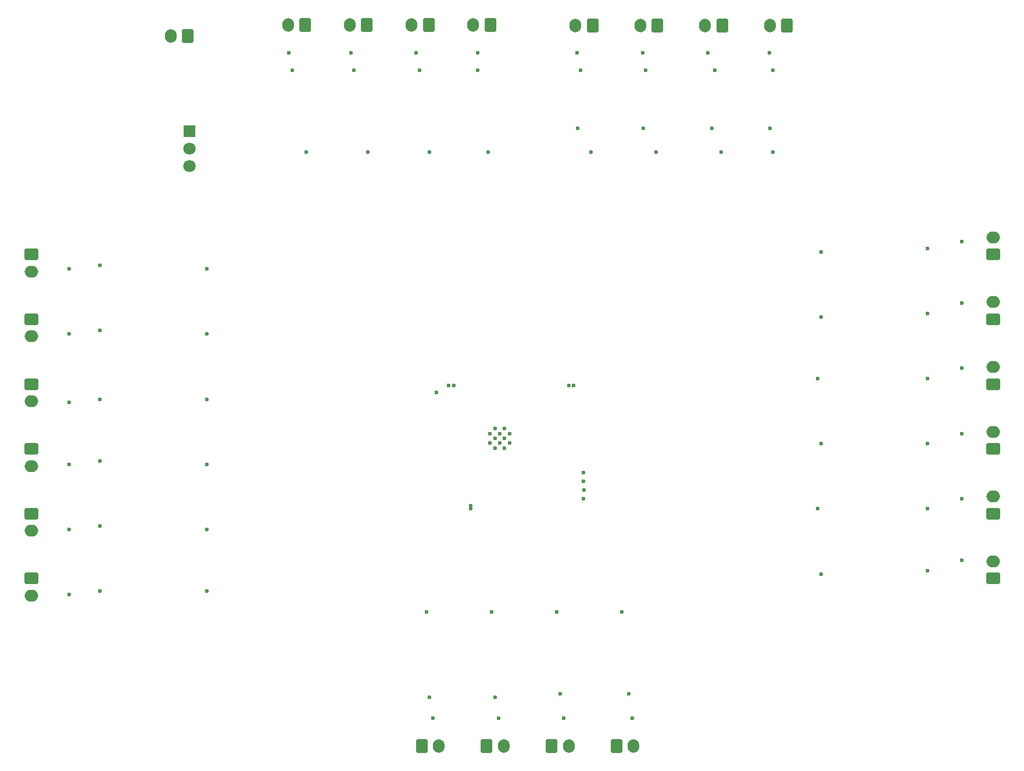
<source format=gbr>
%TF.GenerationSoftware,KiCad,Pcbnew,8.0.3*%
%TF.CreationDate,2024-07-05T07:33:57-06:00*%
%TF.ProjectId,Master of Dungeons,4d617374-6572-4206-9f66-2044756e6765,rev?*%
%TF.SameCoordinates,Original*%
%TF.FileFunction,Copper,L2,Inr*%
%TF.FilePolarity,Positive*%
%FSLAX46Y46*%
G04 Gerber Fmt 4.6, Leading zero omitted, Abs format (unit mm)*
G04 Created by KiCad (PCBNEW 8.0.3) date 2024-07-05 07:33:57*
%MOMM*%
%LPD*%
G01*
G04 APERTURE LIST*
G04 Aperture macros list*
%AMRoundRect*
0 Rectangle with rounded corners*
0 $1 Rounding radius*
0 $2 $3 $4 $5 $6 $7 $8 $9 X,Y pos of 4 corners*
0 Add a 4 corners polygon primitive as box body*
4,1,4,$2,$3,$4,$5,$6,$7,$8,$9,$2,$3,0*
0 Add four circle primitives for the rounded corners*
1,1,$1+$1,$2,$3*
1,1,$1+$1,$4,$5*
1,1,$1+$1,$6,$7*
1,1,$1+$1,$8,$9*
0 Add four rect primitives between the rounded corners*
20,1,$1+$1,$2,$3,$4,$5,0*
20,1,$1+$1,$4,$5,$6,$7,0*
20,1,$1+$1,$6,$7,$8,$9,0*
20,1,$1+$1,$8,$9,$2,$3,0*%
G04 Aperture macros list end*
%TA.AperFunction,ComponentPad*%
%ADD10RoundRect,0.250000X0.750000X-0.600000X0.750000X0.600000X-0.750000X0.600000X-0.750000X-0.600000X0*%
%TD*%
%TA.AperFunction,ComponentPad*%
%ADD11O,2.000000X1.700000*%
%TD*%
%TA.AperFunction,ComponentPad*%
%ADD12RoundRect,0.250000X0.600000X0.750000X-0.600000X0.750000X-0.600000X-0.750000X0.600000X-0.750000X0*%
%TD*%
%TA.AperFunction,ComponentPad*%
%ADD13O,1.700000X2.000000*%
%TD*%
%TA.AperFunction,ComponentPad*%
%ADD14RoundRect,0.250000X-0.750000X0.600000X-0.750000X-0.600000X0.750000X-0.600000X0.750000X0.600000X0*%
%TD*%
%TA.AperFunction,ComponentPad*%
%ADD15RoundRect,0.250000X-0.600000X-0.750000X0.600000X-0.750000X0.600000X0.750000X-0.600000X0.750000X0*%
%TD*%
%TA.AperFunction,ComponentPad*%
%ADD16R,1.800000X1.800000*%
%TD*%
%TA.AperFunction,ComponentPad*%
%ADD17C,1.800000*%
%TD*%
%TA.AperFunction,HeatsinkPad*%
%ADD18C,0.600000*%
%TD*%
%TA.AperFunction,ViaPad*%
%ADD19C,0.600000*%
%TD*%
G04 APERTURE END LIST*
D10*
%TO.N,Net-(D17-A)*%
%TO.C,J23*%
X220050000Y-102700000D03*
D11*
%TO.N,+5V*%
X220050000Y-100200000D03*
%TD*%
D12*
%TO.N,Net-(D1-A)*%
%TO.C,J2*%
X137850000Y-31450000D03*
D13*
%TO.N,+5V*%
X135350000Y-31450000D03*
%TD*%
D12*
%TO.N,Net-(D43-A)*%
%TO.C,J15*%
X190070000Y-31490000D03*
D13*
%TO.N,+5V*%
X187570000Y-31490000D03*
%TD*%
D10*
%TO.N,Net-(D15-A)*%
%TO.C,J22*%
X220050000Y-93250000D03*
D11*
%TO.N,+5V*%
X220050000Y-90750000D03*
%TD*%
D12*
%TO.N,Net-(D6-A)*%
%TO.C,J3*%
X128850000Y-31450000D03*
D13*
%TO.N,+5V*%
X126350000Y-31450000D03*
%TD*%
D14*
%TO.N,Net-(D29-A)*%
%TO.C,J8*%
X79950000Y-93250000D03*
D11*
%TO.N,+5V*%
X79950000Y-95750000D03*
%TD*%
D12*
%TO.N,Net-(D4-A)*%
%TO.C,J4*%
X119850000Y-31450000D03*
D13*
%TO.N,+5V*%
X117350000Y-31450000D03*
%TD*%
D15*
%TO.N,Net-(D41-A)*%
%TO.C,J14*%
X165200000Y-136550000D03*
D13*
%TO.N,+5V*%
X167700000Y-136550000D03*
%TD*%
D10*
%TO.N,Net-(D10-A)*%
%TO.C,J19*%
X220080000Y-64890000D03*
D11*
%TO.N,+5V*%
X220080000Y-62390000D03*
%TD*%
D16*
%TO.N,Net-(J25-Pin_1)*%
%TO.C,U2*%
X102980000Y-46950000D03*
D17*
%TO.N,GND*%
X102980000Y-49490000D03*
%TO.N,Net-(U1-VDD)*%
X102980000Y-52030000D03*
%TD*%
D14*
%TO.N,Net-(D31-A)*%
%TO.C,J9*%
X79950000Y-102700000D03*
D11*
%TO.N,+5V*%
X79950000Y-105200000D03*
%TD*%
D15*
%TO.N,Net-(D37-A)*%
%TO.C,J12*%
X146300000Y-136550000D03*
D13*
%TO.N,+5V*%
X148800000Y-136550000D03*
%TD*%
D12*
%TO.N,Net-(D2-A)*%
%TO.C,J1*%
X146850000Y-31450000D03*
D13*
%TO.N,+5V*%
X144350000Y-31450000D03*
%TD*%
D14*
%TO.N,Net-(D25-A)*%
%TO.C,J6*%
X79950000Y-74350000D03*
D11*
%TO.N,+5V*%
X79950000Y-76850000D03*
%TD*%
D14*
%TO.N,Net-(D27-A)*%
%TO.C,J7*%
X79950000Y-83800000D03*
D11*
%TO.N,+5V*%
X79950000Y-86300000D03*
%TD*%
D10*
%TO.N,Net-(D11-A)*%
%TO.C,J20*%
X220050000Y-74350000D03*
D11*
%TO.N,+5V*%
X220050000Y-71850000D03*
%TD*%
D12*
%TO.N,Net-(D47-A)*%
%TO.C,J17*%
X171170000Y-31490000D03*
D13*
%TO.N,+5V*%
X168670000Y-31490000D03*
%TD*%
D10*
%TO.N,Net-(D19-A)*%
%TO.C,J24*%
X220050000Y-112150000D03*
D11*
%TO.N,+5V*%
X220050000Y-109650000D03*
%TD*%
D15*
%TO.N,Net-(D35-A)*%
%TO.C,J11*%
X136850000Y-136550000D03*
D13*
%TO.N,+5V*%
X139350000Y-136550000D03*
%TD*%
D18*
%TO.N,GND*%
%TO.C,U1*%
X146810000Y-91015000D03*
X146810000Y-92415000D03*
X147510000Y-90315000D03*
X147510000Y-91715000D03*
X147510000Y-93115000D03*
X148185000Y-91015000D03*
X148185000Y-92415000D03*
X148910000Y-90315000D03*
X148910000Y-91715000D03*
X148910000Y-93115000D03*
X149610000Y-91015000D03*
X149610000Y-92415000D03*
%TD*%
D14*
%TO.N,Net-(D23-A)*%
%TO.C,J5*%
X79950000Y-64900000D03*
D11*
%TO.N,+5V*%
X79950000Y-67400000D03*
%TD*%
D12*
%TO.N,Net-(D45-A)*%
%TO.C,J16*%
X180620000Y-31490000D03*
D13*
%TO.N,+5V*%
X178120000Y-31490000D03*
%TD*%
D12*
%TO.N,Net-(D49-A)*%
%TO.C,J18*%
X161720000Y-31490000D03*
D13*
%TO.N,+5V*%
X159220000Y-31490000D03*
%TD*%
D15*
%TO.N,Net-(D39-A)*%
%TO.C,J13*%
X155750000Y-136550000D03*
D13*
%TO.N,+5V*%
X158250000Y-136550000D03*
%TD*%
D14*
%TO.N,Net-(D33-A)*%
%TO.C,J10*%
X79950000Y-112150000D03*
D11*
%TO.N,+5V*%
X79950000Y-114650000D03*
%TD*%
D10*
%TO.N,Net-(D13-A)*%
%TO.C,J21*%
X220050000Y-83800000D03*
D11*
%TO.N,+5V*%
X220050000Y-81300000D03*
%TD*%
D12*
%TO.N,Net-(J25-Pin_1)*%
%TO.C,J25*%
X102750000Y-33050000D03*
D13*
%TO.N,GND*%
X100250000Y-33050000D03*
%TD*%
D19*
%TO.N,GND*%
X158300028Y-83993519D03*
X141500000Y-84000000D03*
X144000000Y-101500000D03*
X144000000Y-102000000D03*
X159000000Y-84000000D03*
X140800028Y-83993519D03*
%TO.N,+5V*%
X215500000Y-72000000D03*
X178500000Y-35500000D03*
X210500000Y-73500000D03*
X145000000Y-35500000D03*
X195000000Y-92500000D03*
X105500000Y-76500000D03*
X188000000Y-50000000D03*
X194500000Y-102000000D03*
X157500000Y-132500000D03*
X127000000Y-38000000D03*
X85500000Y-114500000D03*
X210500000Y-102000000D03*
X85500000Y-76500000D03*
X169000000Y-35500000D03*
X90000000Y-114000000D03*
X118000000Y-38000000D03*
X161500000Y-50000000D03*
X138500000Y-132500000D03*
X138000000Y-50000000D03*
X138000000Y-129500000D03*
X85500000Y-67000000D03*
X126500000Y-35500000D03*
X195000000Y-111500000D03*
X136000000Y-35500000D03*
X187500000Y-35500000D03*
X117500000Y-35500000D03*
X156500000Y-117000000D03*
X215500000Y-81500000D03*
X180500000Y-50000000D03*
X105500000Y-86000000D03*
X167000000Y-129000000D03*
X148000000Y-132500000D03*
X188000000Y-38000000D03*
X147500000Y-129500000D03*
X215500000Y-91000000D03*
X159500000Y-35500000D03*
X85500000Y-86500000D03*
X105500000Y-67000000D03*
X85500000Y-95500000D03*
X215500000Y-63000000D03*
X90000000Y-66500000D03*
X147000000Y-117000000D03*
X145000000Y-38000000D03*
X166000000Y-117000000D03*
X167500000Y-132500000D03*
X137500000Y-117000000D03*
X210500000Y-83000000D03*
X146500000Y-50000000D03*
X105500000Y-95500000D03*
X90000000Y-95000000D03*
X194500000Y-83000000D03*
X105500000Y-105000000D03*
X215500000Y-109500000D03*
X210500000Y-64000000D03*
X195000000Y-74000000D03*
X136500000Y-38000000D03*
X157000000Y-129000000D03*
X90000000Y-76000000D03*
X169500000Y-38000000D03*
X160000000Y-38000000D03*
X179500000Y-38000000D03*
X215500000Y-100500000D03*
X171000000Y-50000000D03*
X90000000Y-104500000D03*
X120000000Y-50000000D03*
X129000000Y-50000000D03*
X105500000Y-114000000D03*
X85500000Y-105000000D03*
X90000000Y-86000000D03*
X210500000Y-92500000D03*
X210500000Y-111000000D03*
X195000000Y-64500000D03*
%TO.N,Net-(U1-VDD)*%
X139000000Y-85000000D03*
%TO.N,TIMER1*%
X187587500Y-46500000D03*
X160420000Y-100540000D03*
%TO.N,TIMER2*%
X179087500Y-46500000D03*
X160450000Y-99210000D03*
%TO.N,TIMER3*%
X169087500Y-46500000D03*
X160400000Y-97980000D03*
%TO.N,TIMER4*%
X159587500Y-46500000D03*
X160370000Y-96720000D03*
%TD*%
M02*

</source>
